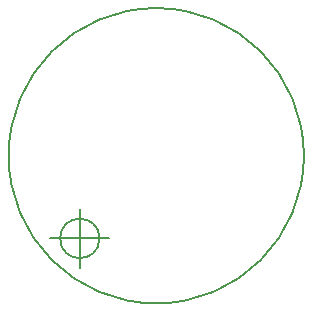
<source format=gbr>
G04 #@! TF.GenerationSoftware,KiCad,Pcbnew,(5.0.0)*
G04 #@! TF.CreationDate,2018-07-27T16:27:07+01:00*
G04 #@! TF.ProjectId,uv_led,75765F6C65642E6B696361645F706362,rev?*
G04 #@! TF.SameCoordinates,Original*
G04 #@! TF.FileFunction,Profile,NP*
%FSLAX46Y46*%
G04 Gerber Fmt 4.6, Leading zero omitted, Abs format (unit mm)*
G04 Created by KiCad (PCBNEW (5.0.0)) date 07/27/18 16:27:07*
%MOMM*%
%LPD*%
G01*
G04 APERTURE LIST*
%ADD10C,0.200000*%
G04 APERTURE END LIST*
D10*
X143691666Y-101000000D02*
G75*
G03X143691666Y-101000000I-1666666J0D01*
G01*
X139525000Y-101000000D02*
X144525000Y-101000000D01*
X142025000Y-98500000D02*
X142025000Y-103500000D01*
X161000000Y-94000000D02*
G75*
G03X161000000Y-94000000I-12500000J0D01*
G01*
M02*

</source>
